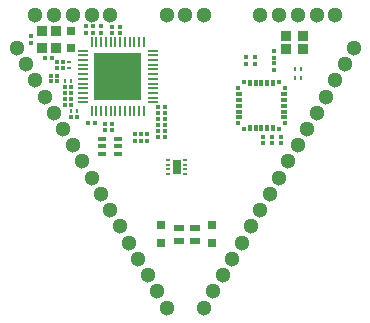
<source format=gts>
G04 #@! TF.FileFunction,Soldermask,Top*
%FSLAX46Y46*%
G04 Gerber Fmt 4.6, Leading zero omitted, Abs format (unit mm)*
G04 Created by KiCad (PCBNEW 0.201509030901+6151~29~ubuntu15.04.1-product) date Thu 19 Nov 2015 01:23:01 PM EST*
%MOMM*%
G01*
G04 APERTURE LIST*
%ADD10C,0.100000*%
%ADD11C,1.300000*%
%ADD12R,0.350000X0.200000*%
%ADD13R,0.700000X1.200000*%
%ADD14R,0.300000X0.350000*%
%ADD15R,0.750000X0.800000*%
%ADD16R,1.000000X1.000000*%
%ADD17R,0.254000X0.900000*%
%ADD18R,0.900000X0.254000*%
%ADD19R,0.350000X0.300000*%
%ADD20R,0.280000X0.430000*%
%ADD21R,0.430000X0.280000*%
%ADD22R,0.800000X0.300000*%
%ADD23R,0.300000X0.300000*%
%ADD24R,0.300000X0.500000*%
%ADD25R,0.500000X0.300000*%
%ADD26R,0.850000X0.600000*%
%ADD27R,0.950000X0.850000*%
%ADD28R,0.850000X0.950000*%
G04 APERTURE END LIST*
D10*
D11*
X26987500Y-28149600D03*
X27781250Y-29524400D03*
X28575000Y-30899200D03*
X29368750Y-32274000D03*
X30162500Y-33648800D03*
X30956250Y-35023600D03*
X31750000Y-36398400D03*
X32543750Y-37773200D03*
X33337500Y-39148000D03*
X34131250Y-40522800D03*
X34925000Y-41897600D03*
X35718750Y-43272400D03*
X36512500Y-44647200D03*
X37306250Y-46022000D03*
X38100000Y-47396800D03*
X38893750Y-48771600D03*
X39687500Y-50146400D03*
X42862500Y-50146400D03*
X43656250Y-48771600D03*
X44450000Y-47396800D03*
X45243750Y-46022000D03*
X46037500Y-44647200D03*
X46831250Y-43272400D03*
X47625000Y-41897600D03*
X48418750Y-40522800D03*
X49212500Y-39148000D03*
X50006250Y-37773200D03*
X50800000Y-36398400D03*
X51593750Y-35023600D03*
X52387500Y-33648800D03*
X53181250Y-32274000D03*
X53975000Y-30899200D03*
X54768750Y-29524400D03*
X55562500Y-28149600D03*
X53975000Y-25400000D03*
X52387500Y-25400000D03*
X50800000Y-25400000D03*
X49212500Y-25400000D03*
X47625000Y-25400000D03*
X42862500Y-25400000D03*
X41275000Y-25400000D03*
X39687500Y-25400000D03*
X34925000Y-25400000D03*
X33337500Y-25400000D03*
X31750000Y-25400000D03*
X30162500Y-25400000D03*
X28575000Y-25400000D03*
D12*
X41275000Y-38850000D03*
X39825000Y-37650000D03*
X39825000Y-38050000D03*
X39825000Y-38450000D03*
X39825000Y-38850000D03*
X41275000Y-38450000D03*
X41275000Y-38050000D03*
X41275000Y-37650000D03*
D13*
X40550000Y-38250000D03*
D14*
X31575000Y-34000000D03*
X32125000Y-34000000D03*
D15*
X31600000Y-26700000D03*
X31600000Y-28200000D03*
D16*
X34058000Y-32077000D03*
X35058000Y-32077000D03*
X36058000Y-32077000D03*
X37058000Y-32077000D03*
X37058000Y-31077000D03*
X36058000Y-31077000D03*
X35058000Y-31077000D03*
X34058000Y-31077000D03*
X34058000Y-30077000D03*
X35058000Y-30077000D03*
X36058000Y-30077000D03*
X37058000Y-30077000D03*
X37058000Y-29077000D03*
X36058000Y-29077000D03*
X35058000Y-29077000D03*
D17*
X37758000Y-27627000D03*
D18*
X38508000Y-32777000D03*
D17*
X33358000Y-33527000D03*
D18*
X32608000Y-28377000D03*
X32608000Y-28777000D03*
X32608000Y-29177000D03*
X32608000Y-29577000D03*
X32608000Y-29977000D03*
X32608000Y-30377000D03*
X32608000Y-30777000D03*
X32608000Y-31177000D03*
X32608000Y-31577000D03*
X32608000Y-31977000D03*
X32608000Y-32377000D03*
X32608000Y-32777000D03*
D17*
X33758000Y-33527000D03*
X34158000Y-33527000D03*
X34558000Y-33527000D03*
X34958000Y-33527000D03*
X35358000Y-33527000D03*
X35758000Y-33527000D03*
X36158000Y-33527000D03*
X36558000Y-33527000D03*
X36958000Y-33527000D03*
X37358000Y-33527000D03*
X37758000Y-33527000D03*
D18*
X38508000Y-32377000D03*
X38508000Y-31977000D03*
X38508000Y-31577000D03*
X38508000Y-31177000D03*
X38508000Y-30777000D03*
X38508000Y-30377000D03*
X38508000Y-29977000D03*
X38508000Y-29577000D03*
X38508000Y-29177000D03*
X38508000Y-28777000D03*
X38508000Y-28377000D03*
D17*
X37358000Y-27627000D03*
X36958000Y-27627000D03*
X36558000Y-27627000D03*
X36158000Y-27627000D03*
X35758000Y-27627000D03*
X35358000Y-27627000D03*
X34958000Y-27627000D03*
X34558000Y-27627000D03*
X34158000Y-27627000D03*
X33758000Y-27627000D03*
X33358000Y-27627000D03*
D16*
X34058000Y-29077000D03*
D14*
X38975000Y-34700000D03*
X39525000Y-34700000D03*
D19*
X32900000Y-26875000D03*
X32900000Y-26325000D03*
D14*
X38975000Y-35700000D03*
X39525000Y-35700000D03*
D19*
X38050000Y-35475000D03*
X38050000Y-36025000D03*
X35100000Y-26925000D03*
X35100000Y-26375000D03*
X37550000Y-35475000D03*
X37550000Y-36025000D03*
D14*
X38975000Y-34200000D03*
X39525000Y-34200000D03*
D19*
X48615600Y-35666000D03*
X48615600Y-36216000D03*
X47853600Y-35666000D03*
X47853600Y-36216000D03*
X49377600Y-35666000D03*
X49377600Y-36216000D03*
D14*
X33625000Y-34500000D03*
X33075000Y-34500000D03*
X38975000Y-33200000D03*
X39525000Y-33200000D03*
D19*
X34115000Y-26880000D03*
X34115000Y-26330000D03*
X30950000Y-29875000D03*
X30950000Y-29325000D03*
X47218600Y-28960400D03*
X47218600Y-29510400D03*
X46456600Y-28960400D03*
X46456600Y-29510400D03*
D14*
X38975000Y-33700000D03*
X39525000Y-33700000D03*
X31625000Y-31500000D03*
X31075000Y-31500000D03*
X38975000Y-35200000D03*
X39525000Y-35200000D03*
X31625000Y-32000000D03*
X31075000Y-32000000D03*
D15*
X43561000Y-43192000D03*
X43561000Y-44692000D03*
D19*
X37050000Y-35475000D03*
X37050000Y-36025000D03*
X35750000Y-26925000D03*
X35750000Y-26375000D03*
X48768000Y-29993000D03*
X48768000Y-29443000D03*
X48768000Y-28427000D03*
X48768000Y-28977000D03*
X33480000Y-26880000D03*
X33480000Y-26330000D03*
X30450000Y-29875000D03*
X30450000Y-29325000D03*
D14*
X31625000Y-32500000D03*
X31075000Y-32500000D03*
X30425000Y-31000000D03*
X29875000Y-31000000D03*
X29975000Y-29050000D03*
X29425000Y-29050000D03*
D15*
X39243000Y-44692000D03*
X39243000Y-43192000D03*
D14*
X30425000Y-30500000D03*
X29875000Y-30500000D03*
X31625000Y-33000000D03*
X31075000Y-33000000D03*
D19*
X28200000Y-27175000D03*
X28200000Y-27725000D03*
D20*
X51055000Y-30734000D03*
X50545000Y-30734000D03*
X51055000Y-29972000D03*
X50545000Y-29972000D03*
X31605000Y-31000000D03*
X31095000Y-31000000D03*
X32105000Y-33500000D03*
X31595000Y-33500000D03*
D21*
X31450000Y-29855000D03*
X31450000Y-29345000D03*
D22*
X34250000Y-35850000D03*
X35550000Y-37150000D03*
X35550000Y-36500000D03*
X35550000Y-35850000D03*
X34250000Y-36500000D03*
X34250000Y-37150000D03*
D23*
X49726600Y-34545400D03*
X46226600Y-35045400D03*
X45726600Y-31545400D03*
X49226600Y-31045400D03*
D24*
X48726600Y-31145400D03*
X48226600Y-31145400D03*
X47726600Y-31145400D03*
X47226600Y-31145400D03*
X46726600Y-31145400D03*
D23*
X46226600Y-31045400D03*
D25*
X45826600Y-32045400D03*
X45826600Y-32545400D03*
X45826600Y-33045400D03*
X45826600Y-33545400D03*
X45826600Y-34045400D03*
D23*
X45726600Y-34545400D03*
D24*
X46726600Y-34945400D03*
X47226600Y-34945400D03*
X47726600Y-34945400D03*
X48226600Y-34945400D03*
X48726600Y-34945400D03*
D23*
X49226600Y-35045400D03*
D25*
X49626600Y-34045400D03*
X49626600Y-33545400D03*
X49626600Y-33045400D03*
X49626600Y-32545400D03*
X49626600Y-32045400D03*
D23*
X49726600Y-31545400D03*
D26*
X42077000Y-43392000D03*
X40727000Y-43392000D03*
X40727000Y-44492000D03*
X42077000Y-44492000D03*
D27*
X51245600Y-27136400D03*
X49795600Y-27136400D03*
X49795600Y-28286400D03*
X51245600Y-28286400D03*
D28*
X30325000Y-28175000D03*
X30325000Y-26725000D03*
X29175000Y-26725000D03*
X29175000Y-28175000D03*
D19*
X35050000Y-35125000D03*
X35050000Y-34575000D03*
X34450000Y-35125000D03*
X34450000Y-34575000D03*
M02*

</source>
